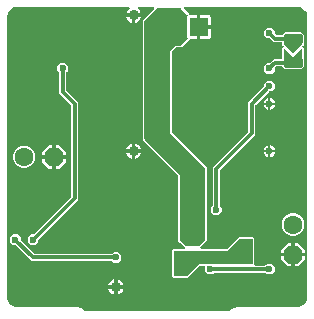
<source format=gbl>
G04 EAGLE Gerber X2 export*
G75*
%MOMM*%
%FSLAX34Y34*%
%LPD*%
%AMOC8*
5,1,8,0,0,1.08239X$1,22.5*%
G01*
%ADD10C,1.650000*%
%ADD11R,1.650000X1.650000*%
%ADD12P,1.732040X8X202.500000*%
%ADD13C,1.600200*%
%ADD14P,1.732040X8X112.500000*%
%ADD15C,0.381000*%
%ADD16C,0.600000*%
%ADD17C,0.900000*%
%ADD18C,0.304800*%

G36*
X190257Y89254D02*
X190257Y89254D01*
X190348Y89261D01*
X190378Y89273D01*
X190410Y89279D01*
X190491Y89321D01*
X190574Y89357D01*
X190607Y89383D01*
X190627Y89394D01*
X190649Y89417D01*
X190705Y89462D01*
X192487Y91244D01*
X197362Y93263D01*
X250000Y93263D01*
X250026Y93267D01*
X250075Y93266D01*
X251240Y93381D01*
X251268Y93388D01*
X251296Y93389D01*
X251457Y93435D01*
X253611Y94328D01*
X253667Y94362D01*
X253727Y94388D01*
X253792Y94440D01*
X253820Y94457D01*
X253833Y94472D01*
X253858Y94493D01*
X255507Y96142D01*
X255545Y96195D01*
X255591Y96242D01*
X255631Y96315D01*
X255651Y96341D01*
X255656Y96360D01*
X255672Y96389D01*
X256565Y98543D01*
X256571Y98570D01*
X256584Y98595D01*
X256619Y98760D01*
X256734Y99925D01*
X256732Y99952D01*
X256737Y100000D01*
X256737Y340000D01*
X256733Y340026D01*
X256734Y340075D01*
X256619Y341240D01*
X256612Y341268D01*
X256611Y341296D01*
X256565Y341457D01*
X255672Y343611D01*
X255638Y343667D01*
X255612Y343727D01*
X255560Y343792D01*
X255543Y343820D01*
X255528Y343833D01*
X255507Y343858D01*
X253858Y345507D01*
X253805Y345545D01*
X253758Y345591D01*
X253752Y345595D01*
X253748Y345598D01*
X253731Y345606D01*
X253685Y345632D01*
X253659Y345651D01*
X253640Y345656D01*
X253611Y345672D01*
X251457Y346565D01*
X251430Y346571D01*
X251405Y346584D01*
X251240Y346619D01*
X250075Y346734D01*
X250048Y346732D01*
X250000Y346737D01*
X153284Y346737D01*
X153213Y346726D01*
X153141Y346724D01*
X153092Y346706D01*
X153041Y346698D01*
X152977Y346664D01*
X152910Y346639D01*
X152869Y346607D01*
X152823Y346582D01*
X152774Y346530D01*
X152718Y346486D01*
X152690Y346442D01*
X152654Y346404D01*
X152624Y346339D01*
X152585Y346279D01*
X152572Y346228D01*
X152550Y346181D01*
X152543Y346110D01*
X152525Y346040D01*
X152529Y345988D01*
X152523Y345937D01*
X152539Y345866D01*
X152544Y345795D01*
X152564Y345747D01*
X152576Y345696D01*
X152612Y345635D01*
X152640Y345569D01*
X152685Y345513D01*
X152702Y345485D01*
X152720Y345470D01*
X152745Y345438D01*
X155709Y342474D01*
X157263Y340920D01*
X157274Y340871D01*
X157290Y340769D01*
X157300Y340752D01*
X157304Y340732D01*
X157357Y340643D01*
X157406Y340552D01*
X157420Y340538D01*
X157430Y340521D01*
X157509Y340454D01*
X157584Y340382D01*
X157602Y340374D01*
X157617Y340361D01*
X157713Y340322D01*
X157807Y340279D01*
X157827Y340277D01*
X157845Y340269D01*
X158012Y340251D01*
X163477Y340251D01*
X163477Y330762D01*
X163480Y330742D01*
X163478Y330723D01*
X163500Y330621D01*
X163517Y330519D01*
X163526Y330502D01*
X163530Y330482D01*
X163583Y330393D01*
X163632Y330302D01*
X163646Y330288D01*
X163656Y330271D01*
X163735Y330204D01*
X163810Y330133D01*
X163828Y330124D01*
X163843Y330111D01*
X163939Y330073D01*
X164033Y330029D01*
X164053Y330027D01*
X164071Y330019D01*
X164238Y330001D01*
X165001Y330001D01*
X165001Y329999D01*
X164238Y329999D01*
X164218Y329996D01*
X164199Y329998D01*
X164097Y329976D01*
X163995Y329959D01*
X163978Y329950D01*
X163958Y329946D01*
X163869Y329893D01*
X163778Y329844D01*
X163764Y329830D01*
X163747Y329820D01*
X163680Y329741D01*
X163609Y329666D01*
X163600Y329648D01*
X163587Y329633D01*
X163548Y329537D01*
X163505Y329443D01*
X163503Y329423D01*
X163495Y329405D01*
X163477Y329238D01*
X163477Y319749D01*
X158012Y319749D01*
X157992Y319746D01*
X157973Y319748D01*
X157871Y319726D01*
X157769Y319710D01*
X157752Y319700D01*
X157732Y319696D01*
X157643Y319643D01*
X157552Y319594D01*
X157538Y319580D01*
X157521Y319570D01*
X157454Y319491D01*
X157382Y319416D01*
X157374Y319398D01*
X157361Y319383D01*
X157322Y319287D01*
X157279Y319193D01*
X157277Y319173D01*
X157269Y319155D01*
X157261Y319078D01*
X150932Y312749D01*
X146248Y312749D01*
X146158Y312735D01*
X146067Y312727D01*
X146037Y312715D01*
X146005Y312710D01*
X145924Y312667D01*
X145840Y312631D01*
X145808Y312605D01*
X145787Y312594D01*
X145765Y312571D01*
X145709Y312526D01*
X142474Y309291D01*
X142421Y309217D01*
X142361Y309147D01*
X142349Y309117D01*
X142330Y309091D01*
X142303Y309004D01*
X142269Y308919D01*
X142265Y308878D01*
X142258Y308856D01*
X142259Y308824D01*
X142251Y308752D01*
X142251Y241248D01*
X142265Y241158D01*
X142273Y241067D01*
X142285Y241037D01*
X142290Y241005D01*
X142333Y240924D01*
X142369Y240840D01*
X142395Y240808D01*
X142406Y240787D01*
X142429Y240765D01*
X142474Y240709D01*
X172251Y210932D01*
X172251Y149068D01*
X167474Y144291D01*
X166733Y143550D01*
X166691Y143492D01*
X166642Y143440D01*
X166620Y143393D01*
X166590Y143351D01*
X166569Y143282D01*
X166538Y143217D01*
X166533Y143165D01*
X166517Y143115D01*
X166519Y143044D01*
X166511Y142973D01*
X166522Y142922D01*
X166524Y142870D01*
X166548Y142802D01*
X166564Y142732D01*
X166590Y142687D01*
X166608Y142639D01*
X166653Y142583D01*
X166690Y142521D01*
X166729Y142487D01*
X166762Y142447D01*
X166822Y142408D01*
X166877Y142361D01*
X166925Y142342D01*
X166969Y142314D01*
X167038Y142296D01*
X167105Y142269D01*
X167176Y142261D01*
X167207Y142253D01*
X167231Y142255D01*
X167272Y142251D01*
X188752Y142251D01*
X188842Y142265D01*
X188933Y142273D01*
X188963Y142285D01*
X188995Y142290D01*
X189076Y142333D01*
X189160Y142369D01*
X189192Y142395D01*
X189213Y142406D01*
X189235Y142429D01*
X189291Y142474D01*
X199068Y152251D01*
X210932Y152251D01*
X212251Y150932D01*
X212251Y128786D01*
X212254Y128766D01*
X212252Y128747D01*
X212274Y128645D01*
X212290Y128543D01*
X212300Y128526D01*
X212304Y128506D01*
X212357Y128417D01*
X212406Y128326D01*
X212420Y128312D01*
X212430Y128295D01*
X212509Y128228D01*
X212584Y128156D01*
X212602Y128148D01*
X212617Y128135D01*
X212713Y128096D01*
X212807Y128053D01*
X212827Y128051D01*
X212845Y128043D01*
X213012Y128025D01*
X221344Y128025D01*
X221434Y128039D01*
X221525Y128047D01*
X221555Y128059D01*
X221587Y128064D01*
X221668Y128107D01*
X221752Y128143D01*
X221784Y128169D01*
X221805Y128180D01*
X221827Y128203D01*
X221883Y128248D01*
X223136Y129501D01*
X226864Y129501D01*
X229501Y126864D01*
X229501Y123136D01*
X226864Y120499D01*
X223136Y120499D01*
X221883Y121752D01*
X221809Y121805D01*
X221739Y121865D01*
X221709Y121877D01*
X221683Y121896D01*
X221596Y121923D01*
X221511Y121957D01*
X221470Y121961D01*
X221448Y121968D01*
X221416Y121967D01*
X221344Y121975D01*
X178656Y121975D01*
X178566Y121961D01*
X178475Y121953D01*
X178445Y121941D01*
X178413Y121936D01*
X178332Y121893D01*
X178248Y121857D01*
X178216Y121831D01*
X178195Y121820D01*
X178193Y121818D01*
X178173Y121797D01*
X178117Y121752D01*
X176864Y120499D01*
X173136Y120499D01*
X170499Y123136D01*
X170499Y126988D01*
X170496Y127008D01*
X170498Y127027D01*
X170476Y127129D01*
X170460Y127231D01*
X170450Y127248D01*
X170446Y127268D01*
X170393Y127357D01*
X170344Y127448D01*
X170330Y127462D01*
X170320Y127479D01*
X170241Y127546D01*
X170166Y127618D01*
X170148Y127626D01*
X170133Y127639D01*
X170037Y127678D01*
X169943Y127721D01*
X169923Y127723D01*
X169905Y127731D01*
X169738Y127749D01*
X166248Y127749D01*
X166158Y127735D01*
X166067Y127727D01*
X166037Y127715D01*
X166005Y127710D01*
X165924Y127667D01*
X165840Y127631D01*
X165808Y127605D01*
X165787Y127594D01*
X165765Y127571D01*
X165709Y127526D01*
X155932Y117749D01*
X144068Y117749D01*
X142749Y119068D01*
X142749Y140932D01*
X144068Y142251D01*
X152728Y142251D01*
X152799Y142262D01*
X152871Y142264D01*
X152920Y142282D01*
X152971Y142290D01*
X153035Y142324D01*
X153102Y142349D01*
X153143Y142381D01*
X153189Y142406D01*
X153238Y142458D01*
X153294Y142502D01*
X153322Y142546D01*
X153358Y142584D01*
X153388Y142649D01*
X153427Y142709D01*
X153440Y142760D01*
X153462Y142807D01*
X153469Y142878D01*
X153487Y142948D01*
X153483Y143000D01*
X153489Y143051D01*
X153473Y143122D01*
X153468Y143193D01*
X153448Y143241D01*
X153436Y143292D01*
X153400Y143353D01*
X153372Y143419D01*
X153327Y143475D01*
X153310Y143503D01*
X153292Y143518D01*
X153267Y143550D01*
X149291Y147526D01*
X147749Y149068D01*
X147749Y203752D01*
X147735Y203842D01*
X147727Y203933D01*
X147715Y203963D01*
X147710Y203995D01*
X147667Y204076D01*
X147631Y204160D01*
X147605Y204192D01*
X147594Y204213D01*
X147571Y204235D01*
X147526Y204291D01*
X117749Y234068D01*
X117749Y335932D01*
X127255Y345438D01*
X127297Y345496D01*
X127346Y345548D01*
X127368Y345595D01*
X127398Y345637D01*
X127419Y345706D01*
X127450Y345771D01*
X127455Y345823D01*
X127471Y345873D01*
X127469Y345944D01*
X127477Y346015D01*
X127466Y346066D01*
X127464Y346118D01*
X127440Y346186D01*
X127424Y346256D01*
X127398Y346301D01*
X127380Y346349D01*
X127335Y346405D01*
X127298Y346467D01*
X127259Y346501D01*
X127226Y346541D01*
X127166Y346580D01*
X127111Y346627D01*
X127063Y346646D01*
X127019Y346674D01*
X126950Y346692D01*
X126883Y346719D01*
X126812Y346727D01*
X126781Y346735D01*
X126757Y346733D01*
X126716Y346737D01*
X114127Y346737D01*
X114105Y346734D01*
X114082Y346736D01*
X113984Y346714D01*
X113885Y346698D01*
X113864Y346687D01*
X113842Y346682D01*
X113756Y346629D01*
X113667Y346582D01*
X113651Y346566D01*
X113632Y346554D01*
X113567Y346477D01*
X113498Y346404D01*
X113488Y346383D01*
X113473Y346366D01*
X113437Y346272D01*
X113394Y346181D01*
X113392Y346158D01*
X113383Y346137D01*
X113378Y346036D01*
X113367Y345937D01*
X113372Y345914D01*
X113371Y345891D01*
X113398Y345794D01*
X113419Y345696D01*
X113431Y345676D01*
X113438Y345654D01*
X113494Y345571D01*
X113546Y345485D01*
X113563Y345470D01*
X113576Y345451D01*
X113705Y345343D01*
X114144Y345049D01*
X115049Y344144D01*
X115761Y343079D01*
X116251Y341896D01*
X116330Y341499D01*
X110738Y341499D01*
X110719Y341496D01*
X110699Y341498D01*
X110597Y341476D01*
X110495Y341460D01*
X110478Y341450D01*
X110458Y341446D01*
X110369Y341393D01*
X110278Y341344D01*
X110264Y341330D01*
X110247Y341320D01*
X110180Y341241D01*
X110109Y341166D01*
X110100Y341148D01*
X110087Y341133D01*
X110049Y341037D01*
X110005Y340943D01*
X110003Y340923D01*
X109996Y340905D01*
X109983Y340981D01*
X109974Y340998D01*
X109970Y341018D01*
X109917Y341107D01*
X109868Y341198D01*
X109854Y341212D01*
X109844Y341229D01*
X109765Y341296D01*
X109690Y341368D01*
X109672Y341376D01*
X109657Y341389D01*
X109560Y341428D01*
X109467Y341471D01*
X109447Y341473D01*
X109429Y341481D01*
X109262Y341499D01*
X103670Y341499D01*
X103749Y341896D01*
X104239Y343079D01*
X104951Y344144D01*
X105856Y345049D01*
X106295Y345343D01*
X106312Y345359D01*
X106333Y345370D01*
X106402Y345442D01*
X106475Y345511D01*
X106486Y345531D01*
X106502Y345548D01*
X106544Y345639D01*
X106592Y345727D01*
X106596Y345750D01*
X106606Y345771D01*
X106617Y345871D01*
X106634Y345970D01*
X106630Y345993D01*
X106633Y346015D01*
X106611Y346114D01*
X106596Y346213D01*
X106585Y346233D01*
X106581Y346256D01*
X106529Y346342D01*
X106483Y346431D01*
X106466Y346447D01*
X106454Y346467D01*
X106378Y346532D01*
X106306Y346602D01*
X106285Y346612D01*
X106267Y346627D01*
X106174Y346665D01*
X106084Y346707D01*
X106061Y346710D01*
X106039Y346719D01*
X105873Y346737D01*
X10000Y346737D01*
X9974Y346733D01*
X9925Y346734D01*
X8760Y346619D01*
X8732Y346612D01*
X8704Y346611D01*
X8543Y346565D01*
X6389Y345672D01*
X6333Y345638D01*
X6273Y345612D01*
X6208Y345560D01*
X6180Y345543D01*
X6167Y345528D01*
X6142Y345507D01*
X4493Y343858D01*
X4455Y343805D01*
X4409Y343758D01*
X4369Y343685D01*
X4349Y343659D01*
X4344Y343640D01*
X4328Y343611D01*
X3435Y341457D01*
X3429Y341430D01*
X3416Y341405D01*
X3381Y341240D01*
X3266Y340075D01*
X3268Y340048D01*
X3263Y340000D01*
X3263Y100000D01*
X3267Y99974D01*
X3266Y99925D01*
X3381Y98760D01*
X3388Y98732D01*
X3389Y98704D01*
X3435Y98543D01*
X4328Y96389D01*
X4362Y96333D01*
X4388Y96273D01*
X4440Y96208D01*
X4457Y96180D01*
X4472Y96167D01*
X4493Y96142D01*
X6142Y94493D01*
X6195Y94455D01*
X6242Y94409D01*
X6315Y94369D01*
X6341Y94349D01*
X6360Y94344D01*
X6389Y94328D01*
X8543Y93435D01*
X8570Y93429D01*
X8595Y93416D01*
X8760Y93381D01*
X9925Y93266D01*
X9952Y93268D01*
X10000Y93263D01*
X62638Y93263D01*
X67513Y91244D01*
X69295Y89462D01*
X69369Y89409D01*
X69438Y89349D01*
X69468Y89337D01*
X69494Y89318D01*
X69581Y89291D01*
X69666Y89257D01*
X69707Y89253D01*
X69729Y89246D01*
X69762Y89247D01*
X69833Y89239D01*
X190167Y89239D01*
X190257Y89254D01*
G37*
G36*
X165096Y144267D02*
X165096Y144267D01*
X165193Y144276D01*
X165216Y144286D01*
X165241Y144290D01*
X165327Y144336D01*
X165416Y144377D01*
X165441Y144398D01*
X165456Y144405D01*
X165473Y144424D01*
X165530Y144470D01*
X170530Y149470D01*
X170587Y149550D01*
X170649Y149625D01*
X170657Y149648D01*
X170672Y149669D01*
X170700Y149762D01*
X170735Y149853D01*
X170738Y149886D01*
X170743Y149902D01*
X170742Y149927D01*
X170749Y150000D01*
X170749Y210000D01*
X170733Y210096D01*
X170724Y210193D01*
X170714Y210216D01*
X170710Y210241D01*
X170664Y210327D01*
X170623Y210416D01*
X170602Y210441D01*
X170595Y210456D01*
X170576Y210473D01*
X170530Y210530D01*
X140749Y240310D01*
X140749Y309690D01*
X145310Y314251D01*
X150000Y314251D01*
X150096Y314267D01*
X150193Y314276D01*
X150216Y314286D01*
X150241Y314290D01*
X150327Y314336D01*
X150416Y314377D01*
X150441Y314398D01*
X150456Y314405D01*
X150473Y314424D01*
X150530Y314470D01*
X155530Y319470D01*
X155587Y319550D01*
X155649Y319625D01*
X155657Y319648D01*
X155672Y319669D01*
X155700Y319762D01*
X155735Y319853D01*
X155738Y319886D01*
X155743Y319902D01*
X155742Y319927D01*
X155749Y320000D01*
X155749Y320318D01*
X155741Y320369D01*
X155741Y320373D01*
X155738Y320388D01*
X155733Y320414D01*
X155724Y320511D01*
X155714Y320534D01*
X155710Y320559D01*
X155689Y320597D01*
X155686Y320611D01*
X155660Y320652D01*
X155623Y320734D01*
X155602Y320759D01*
X155595Y320774D01*
X155576Y320791D01*
X155567Y320803D01*
X155557Y320818D01*
X155548Y320826D01*
X155530Y320848D01*
X155249Y321128D01*
X155249Y338872D01*
X155530Y339152D01*
X155587Y339231D01*
X155649Y339307D01*
X155657Y339330D01*
X155672Y339350D01*
X155700Y339444D01*
X155735Y339535D01*
X155738Y339568D01*
X155743Y339584D01*
X155742Y339609D01*
X155749Y339682D01*
X155749Y340000D01*
X155733Y340096D01*
X155724Y340193D01*
X155714Y340216D01*
X155710Y340241D01*
X155664Y340327D01*
X155623Y340416D01*
X155602Y340441D01*
X155595Y340456D01*
X155576Y340473D01*
X155530Y340530D01*
X150530Y345530D01*
X150450Y345587D01*
X150375Y345649D01*
X150352Y345657D01*
X150331Y345672D01*
X150238Y345700D01*
X150147Y345735D01*
X150114Y345738D01*
X150098Y345743D01*
X150073Y345742D01*
X150000Y345749D01*
X130000Y345749D01*
X129904Y345733D01*
X129807Y345724D01*
X129784Y345714D01*
X129759Y345710D01*
X129673Y345664D01*
X129584Y345623D01*
X129559Y345602D01*
X129544Y345595D01*
X129527Y345576D01*
X129470Y345530D01*
X119470Y335530D01*
X119413Y335450D01*
X119352Y335375D01*
X119343Y335352D01*
X119328Y335331D01*
X119300Y335238D01*
X119265Y335147D01*
X119262Y335114D01*
X119257Y335098D01*
X119258Y335073D01*
X119251Y335000D01*
X119251Y235000D01*
X119267Y234904D01*
X119276Y234807D01*
X119286Y234784D01*
X119290Y234759D01*
X119336Y234673D01*
X119377Y234584D01*
X119398Y234559D01*
X119405Y234544D01*
X119424Y234527D01*
X119470Y234470D01*
X149251Y204690D01*
X149251Y150000D01*
X149267Y149904D01*
X149276Y149807D01*
X149286Y149784D01*
X149290Y149759D01*
X149336Y149673D01*
X149377Y149584D01*
X149398Y149559D01*
X149405Y149544D01*
X149424Y149527D01*
X149470Y149470D01*
X154470Y144470D01*
X154550Y144413D01*
X154625Y144352D01*
X154648Y144343D01*
X154669Y144328D01*
X154762Y144300D01*
X154853Y144265D01*
X154886Y144262D01*
X154902Y144257D01*
X154927Y144258D01*
X155000Y144251D01*
X165000Y144251D01*
X165096Y144267D01*
G37*
G36*
X155096Y119267D02*
X155096Y119267D01*
X155193Y119276D01*
X155216Y119286D01*
X155241Y119290D01*
X155327Y119336D01*
X155416Y119377D01*
X155441Y119398D01*
X155456Y119405D01*
X155473Y119424D01*
X155530Y119470D01*
X165310Y129251D01*
X172575Y129251D01*
X172672Y129267D01*
X172769Y129276D01*
X172791Y129286D01*
X172816Y129290D01*
X172902Y129336D01*
X172991Y129377D01*
X173017Y129398D01*
X173031Y129405D01*
X173048Y129424D01*
X173105Y129470D01*
X173136Y129501D01*
X176864Y129501D01*
X176895Y129470D01*
X176974Y129413D01*
X177049Y129352D01*
X177073Y129343D01*
X177093Y129328D01*
X177186Y129300D01*
X177278Y129265D01*
X177311Y129262D01*
X177327Y129257D01*
X177351Y129258D01*
X177425Y129251D01*
X210000Y129251D01*
X210024Y129255D01*
X210049Y129252D01*
X210144Y129275D01*
X210241Y129290D01*
X210262Y129302D01*
X210286Y129308D01*
X210370Y129359D01*
X210456Y129405D01*
X210473Y129423D01*
X210494Y129436D01*
X210556Y129512D01*
X210623Y129584D01*
X210633Y129606D01*
X210649Y129625D01*
X210683Y129716D01*
X210724Y129806D01*
X210726Y129830D01*
X210735Y129853D01*
X210749Y130000D01*
X210749Y150000D01*
X210747Y150013D01*
X210748Y150019D01*
X210746Y150028D01*
X210748Y150049D01*
X210726Y150144D01*
X210710Y150241D01*
X210698Y150262D01*
X210692Y150286D01*
X210641Y150370D01*
X210595Y150456D01*
X210577Y150473D01*
X210564Y150494D01*
X210488Y150556D01*
X210417Y150623D01*
X210394Y150633D01*
X210375Y150649D01*
X210284Y150683D01*
X210194Y150724D01*
X210170Y150726D01*
X210147Y150735D01*
X210000Y150749D01*
X200000Y150749D01*
X199904Y150733D01*
X199807Y150724D01*
X199784Y150714D01*
X199759Y150710D01*
X199673Y150664D01*
X199584Y150623D01*
X199559Y150602D01*
X199544Y150595D01*
X199527Y150576D01*
X199470Y150530D01*
X189690Y140749D01*
X145000Y140749D01*
X144976Y140745D01*
X144951Y140748D01*
X144856Y140726D01*
X144759Y140710D01*
X144738Y140698D01*
X144714Y140692D01*
X144630Y140641D01*
X144544Y140595D01*
X144527Y140577D01*
X144506Y140564D01*
X144444Y140488D01*
X144377Y140417D01*
X144367Y140394D01*
X144352Y140375D01*
X144317Y140284D01*
X144276Y140194D01*
X144274Y140170D01*
X144265Y140147D01*
X144251Y140000D01*
X144251Y120000D01*
X144255Y119976D01*
X144252Y119951D01*
X144275Y119856D01*
X144290Y119759D01*
X144302Y119738D01*
X144308Y119714D01*
X144359Y119630D01*
X144405Y119544D01*
X144423Y119527D01*
X144436Y119506D01*
X144512Y119444D01*
X144584Y119377D01*
X144606Y119367D01*
X144625Y119352D01*
X144716Y119317D01*
X144806Y119276D01*
X144830Y119274D01*
X144853Y119265D01*
X145000Y119251D01*
X155000Y119251D01*
X155096Y119267D01*
G37*
%LPC*%
G36*
X23136Y145499D02*
X23136Y145499D01*
X20499Y148136D01*
X20499Y151864D01*
X23136Y154501D01*
X24908Y154501D01*
X24998Y154515D01*
X25089Y154523D01*
X25119Y154535D01*
X25151Y154540D01*
X25231Y154583D01*
X25315Y154619D01*
X25347Y154645D01*
X25368Y154656D01*
X25390Y154679D01*
X25446Y154724D01*
X56752Y186030D01*
X56805Y186104D01*
X56865Y186173D01*
X56877Y186203D01*
X56896Y186230D01*
X56923Y186317D01*
X56957Y186401D01*
X56961Y186442D01*
X56968Y186465D01*
X56967Y186497D01*
X56975Y186568D01*
X56975Y263432D01*
X56961Y263522D01*
X56953Y263613D01*
X56941Y263643D01*
X56936Y263675D01*
X56893Y263755D01*
X56857Y263839D01*
X56831Y263871D01*
X56820Y263892D01*
X56797Y263914D01*
X56752Y263970D01*
X46975Y273747D01*
X46975Y291344D01*
X46961Y291434D01*
X46953Y291525D01*
X46941Y291555D01*
X46936Y291587D01*
X46893Y291668D01*
X46857Y291752D01*
X46831Y291784D01*
X46820Y291805D01*
X46797Y291827D01*
X46752Y291883D01*
X45499Y293136D01*
X45499Y296864D01*
X48136Y299501D01*
X51864Y299501D01*
X54501Y296864D01*
X54501Y293136D01*
X53248Y291883D01*
X53195Y291809D01*
X53135Y291739D01*
X53123Y291709D01*
X53104Y291683D01*
X53077Y291596D01*
X53043Y291511D01*
X53039Y291470D01*
X53032Y291448D01*
X53033Y291416D01*
X53025Y291344D01*
X53025Y276568D01*
X53039Y276478D01*
X53047Y276387D01*
X53059Y276357D01*
X53064Y276325D01*
X53107Y276245D01*
X53143Y276161D01*
X53169Y276129D01*
X53180Y276108D01*
X53203Y276086D01*
X53248Y276030D01*
X63025Y266253D01*
X63025Y183747D01*
X29724Y150446D01*
X29671Y150372D01*
X29611Y150303D01*
X29599Y150273D01*
X29580Y150246D01*
X29553Y150159D01*
X29519Y150075D01*
X29515Y150034D01*
X29508Y150011D01*
X29509Y149979D01*
X29501Y149908D01*
X29501Y148136D01*
X26864Y145499D01*
X23136Y145499D01*
G37*
%LPD*%
%LPC*%
G36*
X178136Y170499D02*
X178136Y170499D01*
X175499Y173136D01*
X175499Y176864D01*
X176752Y178117D01*
X176805Y178191D01*
X176865Y178261D01*
X176877Y178291D01*
X176896Y178317D01*
X176923Y178404D01*
X176957Y178489D01*
X176961Y178530D01*
X176968Y178552D01*
X176967Y178584D01*
X176975Y178656D01*
X176975Y211253D01*
X206752Y241030D01*
X206805Y241104D01*
X206865Y241173D01*
X206877Y241203D01*
X206896Y241230D01*
X206923Y241317D01*
X206957Y241401D01*
X206961Y241442D01*
X206968Y241465D01*
X206967Y241497D01*
X206975Y241568D01*
X206975Y266253D01*
X220276Y279554D01*
X220329Y279628D01*
X220389Y279697D01*
X220401Y279727D01*
X220420Y279754D01*
X220447Y279841D01*
X220481Y279925D01*
X220485Y279966D01*
X220492Y279989D01*
X220491Y280021D01*
X220499Y280092D01*
X220499Y281864D01*
X223136Y284501D01*
X226864Y284501D01*
X229501Y281864D01*
X229501Y278136D01*
X226864Y275499D01*
X225092Y275499D01*
X225002Y275485D01*
X224911Y275477D01*
X224881Y275465D01*
X224849Y275460D01*
X224769Y275417D01*
X224685Y275381D01*
X224653Y275355D01*
X224632Y275344D01*
X224610Y275321D01*
X224554Y275276D01*
X213248Y263970D01*
X213195Y263896D01*
X213135Y263827D01*
X213123Y263797D01*
X213104Y263770D01*
X213077Y263683D01*
X213043Y263599D01*
X213039Y263558D01*
X213032Y263535D01*
X213033Y263503D01*
X213025Y263432D01*
X213025Y238747D01*
X183248Y208970D01*
X183195Y208896D01*
X183135Y208827D01*
X183123Y208797D01*
X183104Y208770D01*
X183077Y208683D01*
X183043Y208599D01*
X183039Y208558D01*
X183032Y208535D01*
X183033Y208503D01*
X183025Y208432D01*
X183025Y178656D01*
X183039Y178566D01*
X183047Y178475D01*
X183059Y178445D01*
X183064Y178413D01*
X183107Y178332D01*
X183143Y178248D01*
X183169Y178216D01*
X183180Y178195D01*
X183203Y178173D01*
X183248Y178117D01*
X184501Y176864D01*
X184501Y173136D01*
X181864Y170499D01*
X178136Y170499D01*
G37*
%LPD*%
%LPC*%
G36*
X223136Y290499D02*
X223136Y290499D01*
X220499Y293136D01*
X220499Y296864D01*
X223136Y299501D01*
X224908Y299501D01*
X224998Y299515D01*
X225089Y299523D01*
X225119Y299535D01*
X225151Y299540D01*
X225231Y299583D01*
X225315Y299619D01*
X225347Y299645D01*
X225368Y299656D01*
X225390Y299679D01*
X225446Y299724D01*
X228587Y302865D01*
X235118Y302865D01*
X235138Y302868D01*
X235157Y302866D01*
X235259Y302888D01*
X235361Y302904D01*
X235378Y302914D01*
X235398Y302918D01*
X235487Y302971D01*
X235578Y303020D01*
X235592Y303034D01*
X235609Y303044D01*
X235676Y303123D01*
X235748Y303198D01*
X235756Y303216D01*
X235769Y303231D01*
X235808Y303327D01*
X235851Y303421D01*
X235853Y303441D01*
X235861Y303459D01*
X235879Y303626D01*
X235879Y311247D01*
X235878Y311253D01*
X235879Y311261D01*
X235866Y311984D01*
X236378Y312495D01*
X236381Y312500D01*
X236387Y312505D01*
X236838Y312972D01*
X236845Y312983D01*
X236856Y312991D01*
X236915Y313084D01*
X236978Y313174D01*
X236982Y313187D01*
X236989Y313198D01*
X237016Y313305D01*
X237046Y313410D01*
X237046Y313424D01*
X237049Y313436D01*
X237040Y313546D01*
X237036Y313656D01*
X237031Y313668D01*
X237030Y313682D01*
X236987Y313783D01*
X236947Y313886D01*
X236939Y313896D01*
X236933Y313908D01*
X236829Y314039D01*
X235879Y314988D01*
X235879Y316374D01*
X235876Y316394D01*
X235878Y316413D01*
X235856Y316515D01*
X235840Y316617D01*
X235830Y316634D01*
X235826Y316654D01*
X235773Y316743D01*
X235724Y316834D01*
X235710Y316848D01*
X235700Y316865D01*
X235621Y316932D01*
X235546Y317004D01*
X235528Y317012D01*
X235513Y317025D01*
X235417Y317064D01*
X235323Y317107D01*
X235303Y317109D01*
X235285Y317117D01*
X235118Y317135D01*
X228587Y317135D01*
X225446Y320276D01*
X225372Y320329D01*
X225303Y320389D01*
X225273Y320401D01*
X225246Y320420D01*
X225159Y320447D01*
X225075Y320481D01*
X225034Y320485D01*
X225011Y320492D01*
X224979Y320491D01*
X224908Y320499D01*
X223136Y320499D01*
X220499Y323136D01*
X220499Y326864D01*
X223136Y329501D01*
X226864Y329501D01*
X229501Y326864D01*
X229501Y325092D01*
X229515Y325002D01*
X229523Y324911D01*
X229535Y324881D01*
X229540Y324849D01*
X229583Y324769D01*
X229619Y324685D01*
X229645Y324653D01*
X229656Y324632D01*
X229679Y324610D01*
X229724Y324554D01*
X230870Y323408D01*
X230944Y323355D01*
X231013Y323295D01*
X231043Y323283D01*
X231070Y323264D01*
X231157Y323237D01*
X231241Y323203D01*
X231282Y323199D01*
X231305Y323192D01*
X231337Y323193D01*
X231408Y323185D01*
X235273Y323185D01*
X235363Y323199D01*
X235454Y323207D01*
X235484Y323219D01*
X235516Y323224D01*
X235596Y323267D01*
X235680Y323303D01*
X235713Y323329D01*
X235733Y323340D01*
X235755Y323363D01*
X235811Y323408D01*
X237874Y325471D01*
X252126Y325471D01*
X254121Y323476D01*
X254121Y314988D01*
X253171Y314039D01*
X253164Y314028D01*
X253153Y314020D01*
X253092Y313928D01*
X253028Y313839D01*
X253024Y313827D01*
X253017Y313816D01*
X252988Y313709D01*
X252956Y313604D01*
X252956Y313591D01*
X252952Y313578D01*
X252959Y313469D01*
X252962Y313358D01*
X252966Y313346D01*
X252967Y313333D01*
X253008Y313231D01*
X253046Y313127D01*
X253055Y313117D01*
X253060Y313105D01*
X253162Y312972D01*
X253613Y312505D01*
X253617Y312501D01*
X253622Y312495D01*
X254134Y311984D01*
X254121Y311261D01*
X254122Y311255D01*
X254121Y311247D01*
X254121Y296524D01*
X252126Y294529D01*
X237874Y294529D01*
X235811Y296592D01*
X235737Y296645D01*
X235668Y296705D01*
X235638Y296717D01*
X235612Y296736D01*
X235525Y296763D01*
X235440Y296797D01*
X235399Y296801D01*
X235376Y296808D01*
X235344Y296807D01*
X235273Y296815D01*
X231408Y296815D01*
X231318Y296801D01*
X231227Y296793D01*
X231197Y296781D01*
X231165Y296776D01*
X231085Y296733D01*
X231001Y296697D01*
X230969Y296671D01*
X230948Y296660D01*
X230926Y296637D01*
X230870Y296592D01*
X229724Y295446D01*
X229671Y295372D01*
X229611Y295303D01*
X229599Y295273D01*
X229580Y295246D01*
X229553Y295159D01*
X229519Y295075D01*
X229515Y295034D01*
X229508Y295011D01*
X229509Y294979D01*
X229501Y294908D01*
X229501Y293136D01*
X226864Y290499D01*
X223136Y290499D01*
G37*
%LPD*%
%LPC*%
G36*
X93136Y130499D02*
X93136Y130499D01*
X91883Y131752D01*
X91809Y131805D01*
X91739Y131865D01*
X91709Y131877D01*
X91683Y131896D01*
X91596Y131923D01*
X91511Y131957D01*
X91470Y131961D01*
X91448Y131968D01*
X91416Y131967D01*
X91344Y131975D01*
X23747Y131975D01*
X10446Y145276D01*
X10372Y145329D01*
X10303Y145389D01*
X10273Y145401D01*
X10246Y145420D01*
X10159Y145447D01*
X10075Y145481D01*
X10034Y145485D01*
X10011Y145492D01*
X9979Y145491D01*
X9908Y145499D01*
X8136Y145499D01*
X5499Y148136D01*
X5499Y151864D01*
X8136Y154501D01*
X11864Y154501D01*
X14501Y151864D01*
X14501Y150092D01*
X14515Y150002D01*
X14523Y149911D01*
X14535Y149881D01*
X14540Y149849D01*
X14583Y149769D01*
X14619Y149685D01*
X14645Y149653D01*
X14656Y149632D01*
X14679Y149610D01*
X14724Y149554D01*
X26030Y138248D01*
X26104Y138195D01*
X26173Y138135D01*
X26203Y138123D01*
X26230Y138104D01*
X26317Y138077D01*
X26401Y138043D01*
X26442Y138039D01*
X26465Y138032D01*
X26497Y138033D01*
X26568Y138025D01*
X91344Y138025D01*
X91434Y138039D01*
X91525Y138047D01*
X91555Y138059D01*
X91587Y138064D01*
X91668Y138107D01*
X91752Y138143D01*
X91784Y138169D01*
X91805Y138180D01*
X91827Y138203D01*
X91883Y138248D01*
X93136Y139501D01*
X96864Y139501D01*
X99501Y136864D01*
X99501Y133136D01*
X96864Y130499D01*
X93136Y130499D01*
G37*
%LPD*%
%LPC*%
G36*
X15410Y210498D02*
X15410Y210498D01*
X11918Y211945D01*
X9245Y214618D01*
X7798Y218110D01*
X7798Y221890D01*
X9245Y225382D01*
X11918Y228055D01*
X15410Y229502D01*
X19190Y229502D01*
X22682Y228055D01*
X25355Y225382D01*
X26802Y221890D01*
X26802Y218110D01*
X25355Y214618D01*
X22682Y211945D01*
X19190Y210498D01*
X15410Y210498D01*
G37*
%LPD*%
%LPC*%
G36*
X243110Y153198D02*
X243110Y153198D01*
X239618Y154645D01*
X236945Y157318D01*
X235498Y160810D01*
X235498Y164590D01*
X236945Y168082D01*
X239618Y170755D01*
X243110Y172202D01*
X246890Y172202D01*
X250382Y170755D01*
X253055Y168082D01*
X254502Y164590D01*
X254502Y160810D01*
X253055Y157318D01*
X250382Y154645D01*
X246890Y153198D01*
X243110Y153198D01*
G37*
%LPD*%
G36*
X245029Y308107D02*
X245029Y308107D01*
X245085Y308110D01*
X245098Y308120D01*
X245113Y308122D01*
X245179Y308170D01*
X252545Y315536D01*
X252570Y315581D01*
X252573Y315585D01*
X252574Y315587D01*
X252606Y315635D01*
X252609Y315652D01*
X252613Y315659D01*
X252612Y315672D01*
X252619Y315715D01*
X252619Y321430D01*
X252615Y321445D01*
X252617Y321461D01*
X252596Y321512D01*
X252580Y321565D01*
X252568Y321576D01*
X252562Y321590D01*
X252516Y321622D01*
X252475Y321659D01*
X252459Y321661D01*
X252446Y321670D01*
X252366Y321683D01*
X237634Y321683D01*
X237619Y321679D01*
X237603Y321681D01*
X237552Y321660D01*
X237499Y321644D01*
X237488Y321632D01*
X237474Y321626D01*
X237442Y321580D01*
X237405Y321539D01*
X237403Y321523D01*
X237394Y321510D01*
X237381Y321430D01*
X237381Y315715D01*
X237397Y315659D01*
X237407Y315602D01*
X237418Y315588D01*
X237420Y315580D01*
X237430Y315571D01*
X237455Y315536D01*
X244821Y308170D01*
X244835Y308162D01*
X244844Y308150D01*
X244896Y308129D01*
X244944Y308102D01*
X244960Y308103D01*
X244975Y308097D01*
X245029Y308107D01*
G37*
G36*
X252381Y298321D02*
X252381Y298321D01*
X252397Y298319D01*
X252448Y298340D01*
X252501Y298356D01*
X252512Y298368D01*
X252526Y298374D01*
X252558Y298420D01*
X252595Y298461D01*
X252597Y298477D01*
X252606Y298490D01*
X252619Y298570D01*
X252619Y311270D01*
X252608Y311310D01*
X252606Y311351D01*
X252589Y311376D01*
X252580Y311405D01*
X252549Y311433D01*
X252526Y311467D01*
X252498Y311479D01*
X252475Y311499D01*
X252434Y311505D01*
X252396Y311522D01*
X252366Y311517D01*
X252335Y311521D01*
X252297Y311505D01*
X252257Y311499D01*
X252217Y311471D01*
X252206Y311466D01*
X252202Y311460D01*
X252190Y311452D01*
X245000Y304510D01*
X237810Y311452D01*
X237773Y311471D01*
X237743Y311499D01*
X237712Y311504D01*
X237685Y311518D01*
X237644Y311515D01*
X237603Y311521D01*
X237575Y311509D01*
X237545Y311507D01*
X237512Y311482D01*
X237474Y311466D01*
X237456Y311441D01*
X237432Y311423D01*
X237417Y311384D01*
X237394Y311350D01*
X237386Y311303D01*
X237382Y311291D01*
X237383Y311284D01*
X237381Y311270D01*
X237381Y298570D01*
X237385Y298555D01*
X237383Y298539D01*
X237404Y298488D01*
X237420Y298435D01*
X237432Y298424D01*
X237438Y298410D01*
X237484Y298378D01*
X237525Y298341D01*
X237541Y298339D01*
X237554Y298330D01*
X237634Y298317D01*
X252366Y298317D01*
X252381Y298321D01*
G37*
%LPC*%
G36*
X166523Y331523D02*
X166523Y331523D01*
X166523Y340251D01*
X173513Y340251D01*
X174022Y340114D01*
X174478Y339851D01*
X174851Y339478D01*
X175114Y339022D01*
X175251Y338513D01*
X175251Y331523D01*
X166523Y331523D01*
G37*
%LPD*%
%LPC*%
G36*
X166523Y319749D02*
X166523Y319749D01*
X166523Y328477D01*
X175251Y328477D01*
X175251Y321487D01*
X175114Y320978D01*
X174851Y320522D01*
X174478Y320149D01*
X174022Y319886D01*
X173513Y319749D01*
X166523Y319749D01*
G37*
%LPD*%
%LPC*%
G36*
X44223Y221523D02*
X44223Y221523D01*
X44223Y230002D01*
X46843Y230002D01*
X52702Y224143D01*
X52702Y221523D01*
X44223Y221523D01*
G37*
%LPD*%
%LPC*%
G36*
X246523Y138823D02*
X246523Y138823D01*
X246523Y147302D01*
X249143Y147302D01*
X255002Y141443D01*
X255002Y138823D01*
X246523Y138823D01*
G37*
%LPD*%
%LPC*%
G36*
X234998Y138823D02*
X234998Y138823D01*
X234998Y141443D01*
X240857Y147302D01*
X243477Y147302D01*
X243477Y138823D01*
X234998Y138823D01*
G37*
%LPD*%
%LPC*%
G36*
X44223Y209998D02*
X44223Y209998D01*
X44223Y218477D01*
X52702Y218477D01*
X52702Y215857D01*
X46843Y209998D01*
X44223Y209998D01*
G37*
%LPD*%
%LPC*%
G36*
X32698Y221523D02*
X32698Y221523D01*
X32698Y224143D01*
X38557Y230002D01*
X41177Y230002D01*
X41177Y221523D01*
X32698Y221523D01*
G37*
%LPD*%
%LPC*%
G36*
X246523Y127298D02*
X246523Y127298D01*
X246523Y135777D01*
X255002Y135777D01*
X255002Y133157D01*
X249143Y127298D01*
X246523Y127298D01*
G37*
%LPD*%
%LPC*%
G36*
X38557Y209998D02*
X38557Y209998D01*
X32698Y215857D01*
X32698Y218477D01*
X41177Y218477D01*
X41177Y209998D01*
X38557Y209998D01*
G37*
%LPD*%
%LPC*%
G36*
X240857Y127298D02*
X240857Y127298D01*
X234998Y133157D01*
X234998Y135777D01*
X243477Y135777D01*
X243477Y127298D01*
X240857Y127298D01*
G37*
%LPD*%
%LPC*%
G36*
X111499Y226499D02*
X111499Y226499D01*
X111499Y231330D01*
X111896Y231251D01*
X113079Y230761D01*
X114144Y230049D01*
X115049Y229144D01*
X115761Y228079D01*
X116251Y226896D01*
X116330Y226499D01*
X111499Y226499D01*
G37*
%LPD*%
%LPC*%
G36*
X96499Y111499D02*
X96499Y111499D01*
X96499Y116330D01*
X96896Y116251D01*
X98079Y115761D01*
X99144Y115049D01*
X100049Y114144D01*
X100761Y113079D01*
X101251Y111896D01*
X101330Y111499D01*
X96499Y111499D01*
G37*
%LPD*%
%LPC*%
G36*
X111499Y338501D02*
X111499Y338501D01*
X116330Y338501D01*
X116251Y338104D01*
X115761Y336921D01*
X115049Y335856D01*
X114144Y334951D01*
X113079Y334239D01*
X111896Y333749D01*
X111499Y333670D01*
X111499Y338501D01*
G37*
%LPD*%
%LPC*%
G36*
X111499Y223501D02*
X111499Y223501D01*
X116330Y223501D01*
X116251Y223104D01*
X115761Y221921D01*
X115049Y220856D01*
X114144Y219951D01*
X113079Y219239D01*
X111896Y218749D01*
X111499Y218670D01*
X111499Y223501D01*
G37*
%LPD*%
%LPC*%
G36*
X103670Y226499D02*
X103670Y226499D01*
X103749Y226896D01*
X104239Y228079D01*
X104951Y229144D01*
X105856Y230049D01*
X106921Y230761D01*
X108104Y231251D01*
X108501Y231330D01*
X108501Y226499D01*
X103670Y226499D01*
G37*
%LPD*%
%LPC*%
G36*
X88670Y111499D02*
X88670Y111499D01*
X88749Y111896D01*
X89239Y113079D01*
X89951Y114144D01*
X90856Y115049D01*
X91921Y115761D01*
X93104Y116251D01*
X93501Y116330D01*
X93501Y111499D01*
X88670Y111499D01*
G37*
%LPD*%
%LPC*%
G36*
X96499Y108501D02*
X96499Y108501D01*
X101330Y108501D01*
X101251Y108104D01*
X100761Y106921D01*
X100049Y105856D01*
X99144Y104951D01*
X98079Y104239D01*
X96896Y103749D01*
X96499Y103670D01*
X96499Y108501D01*
G37*
%LPD*%
%LPC*%
G36*
X108104Y333749D02*
X108104Y333749D01*
X106921Y334239D01*
X105856Y334951D01*
X104951Y335856D01*
X104239Y336921D01*
X103749Y338104D01*
X103670Y338501D01*
X108501Y338501D01*
X108501Y333670D01*
X108104Y333749D01*
G37*
%LPD*%
%LPC*%
G36*
X93104Y103749D02*
X93104Y103749D01*
X91921Y104239D01*
X90856Y104951D01*
X89951Y105856D01*
X89239Y106921D01*
X88749Y108104D01*
X88670Y108501D01*
X93501Y108501D01*
X93501Y103670D01*
X93104Y103749D01*
G37*
%LPD*%
%LPC*%
G36*
X108104Y218749D02*
X108104Y218749D01*
X106921Y219239D01*
X105856Y219951D01*
X104951Y220856D01*
X104239Y221921D01*
X103749Y223104D01*
X103670Y223501D01*
X108501Y223501D01*
X108501Y218670D01*
X108104Y218749D01*
G37*
%LPD*%
%LPC*%
G36*
X225874Y225874D02*
X225874Y225874D01*
X225874Y229943D01*
X226930Y229660D01*
X228071Y229002D01*
X229002Y228071D01*
X229660Y226930D01*
X229943Y225874D01*
X225874Y225874D01*
G37*
%LPD*%
%LPC*%
G36*
X225874Y265874D02*
X225874Y265874D01*
X225874Y269943D01*
X226930Y269660D01*
X228071Y269002D01*
X229002Y268071D01*
X229660Y266930D01*
X229943Y265874D01*
X225874Y265874D01*
G37*
%LPD*%
%LPC*%
G36*
X225874Y264126D02*
X225874Y264126D01*
X229943Y264126D01*
X229660Y263070D01*
X229002Y261929D01*
X228071Y260998D01*
X226930Y260340D01*
X225874Y260057D01*
X225874Y264126D01*
G37*
%LPD*%
%LPC*%
G36*
X220057Y265874D02*
X220057Y265874D01*
X220340Y266930D01*
X220998Y268071D01*
X221929Y269002D01*
X223070Y269660D01*
X224126Y269943D01*
X224126Y265874D01*
X220057Y265874D01*
G37*
%LPD*%
%LPC*%
G36*
X225874Y224126D02*
X225874Y224126D01*
X229943Y224126D01*
X229660Y223070D01*
X229002Y221929D01*
X228071Y220998D01*
X226930Y220340D01*
X225874Y220057D01*
X225874Y224126D01*
G37*
%LPD*%
%LPC*%
G36*
X220057Y225874D02*
X220057Y225874D01*
X220340Y226930D01*
X220998Y228071D01*
X221929Y229002D01*
X223070Y229660D01*
X224126Y229943D01*
X224126Y225874D01*
X220057Y225874D01*
G37*
%LPD*%
%LPC*%
G36*
X223070Y220340D02*
X223070Y220340D01*
X221929Y220998D01*
X220998Y221929D01*
X220340Y223070D01*
X220057Y224126D01*
X224126Y224126D01*
X224126Y220057D01*
X223070Y220340D01*
G37*
%LPD*%
%LPC*%
G36*
X223070Y260340D02*
X223070Y260340D01*
X221929Y260998D01*
X220998Y261929D01*
X220340Y263070D01*
X220057Y264126D01*
X224126Y264126D01*
X224126Y260057D01*
X223070Y260340D01*
G37*
%LPD*%
%LPC*%
G36*
X244999Y137299D02*
X244999Y137299D01*
X244999Y137301D01*
X245001Y137301D01*
X245001Y137299D01*
X244999Y137299D01*
G37*
%LPD*%
%LPC*%
G36*
X42699Y219999D02*
X42699Y219999D01*
X42699Y220001D01*
X42701Y220001D01*
X42701Y219999D01*
X42699Y219999D01*
G37*
%LPD*%
D10*
X145000Y330000D03*
D11*
X165000Y330000D03*
D12*
X42700Y220000D03*
D13*
X17300Y220000D03*
D14*
X245000Y137300D03*
D13*
X245000Y162700D03*
D15*
X239285Y318255D02*
X239285Y322065D01*
X250715Y322065D01*
X250715Y318255D01*
X239285Y318255D01*
X239285Y322064D02*
X250715Y322064D01*
X239285Y301745D02*
X239285Y297935D01*
X239285Y301745D02*
X250715Y301745D01*
X250715Y297935D01*
X239285Y297935D01*
X239285Y301744D02*
X250715Y301744D01*
D16*
X225000Y265000D03*
X225000Y225000D03*
D17*
X95000Y110000D03*
X110000Y225000D03*
X110000Y340000D03*
D16*
X225000Y295000D03*
D18*
X229840Y299840D02*
X245000Y299840D01*
X229840Y299840D02*
X225000Y295000D01*
D16*
X175000Y125000D03*
X225000Y125000D03*
D18*
X175000Y125000D01*
D16*
X150000Y135000D03*
X150000Y125000D03*
X205000Y135000D03*
X205000Y145000D03*
X160000Y175000D03*
X160000Y165000D03*
X160000Y155000D03*
X25000Y150000D03*
X50000Y295000D03*
D18*
X60000Y185000D02*
X25000Y150000D01*
X60000Y265000D02*
X50000Y275000D01*
X50000Y295000D01*
X60000Y265000D02*
X60000Y185000D01*
D16*
X95000Y135000D03*
X10000Y150000D03*
D18*
X25000Y135000D01*
X95000Y135000D01*
D16*
X225000Y325000D03*
D18*
X229840Y320160D02*
X245000Y320160D01*
X229840Y320160D02*
X225000Y325000D01*
D16*
X180000Y175000D03*
X225000Y280000D03*
D18*
X180000Y210000D02*
X180000Y175000D01*
X180000Y210000D02*
X210000Y240000D01*
X210000Y265000D01*
X225000Y280000D01*
M02*

</source>
